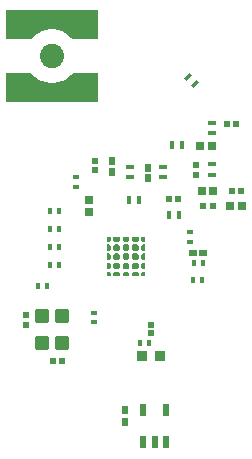
<source format=gbr>
%TF.GenerationSoftware,Altium Limited,Altium Designer,25.2.1 (25)*%
G04 Layer_Color=8421504*
%FSLAX45Y45*%
%MOMM*%
%TF.SameCoordinates,8F26995F-0812-4D31-8AB3-3E4BC66F6DA6*%
%TF.FilePolarity,Positive*%
%TF.FileFunction,Paste,Top*%
%TF.Part,Single*%
G01*
G75*
%TA.AperFunction,SMDPad,CuDef*%
G04:AMPARAMS|DCode=12|XSize=0.35mm|YSize=0.65mm|CornerRadius=0mm|HoleSize=0mm|Usage=FLASHONLY|Rotation=135.000|XOffset=0mm|YOffset=0mm|HoleType=Round|Shape=Rectangle|*
%AMROTATEDRECTD12*
4,1,4,0.35356,0.10607,-0.10607,-0.35356,-0.35356,-0.10607,0.10607,0.35356,0.35356,0.10607,0.0*
%
%ADD12ROTATEDRECTD12*%

%ADD13C,2.05000*%
%ADD14C,1.50000*%
%ADD15R,0.76000X0.72000*%
%ADD16R,0.56000X0.52000*%
%ADD17R,0.60000X0.55000*%
%ADD18R,0.35000X0.65000*%
G04:AMPARAMS|DCode=19|XSize=0.93mm|YSize=0.93mm|CornerRadius=0.2325mm|HoleSize=0mm|Usage=FLASHONLY|Rotation=0.000|XOffset=0mm|YOffset=0mm|HoleType=Round|Shape=RoundedRectangle|*
%AMROUNDEDRECTD19*
21,1,0.93000,0.46500,0,0,0.0*
21,1,0.46500,0.93000,0,0,0.0*
1,1,0.46500,0.23250,-0.23250*
1,1,0.46500,-0.23250,-0.23250*
1,1,0.46500,-0.23250,0.23250*
1,1,0.46500,0.23250,0.23250*
%
%ADD19ROUNDEDRECTD19*%
%ADD20R,0.50800X0.97790*%
%ADD21R,0.55880X0.71120*%
%ADD22R,0.62000X0.66000*%
%ADD23R,0.65000X0.35000*%
%ADD24R,0.52000X0.56000*%
%ADD25R,0.40000X0.50000*%
G04:AMPARAMS|DCode=26|XSize=1.11mm|YSize=1.21mm|CornerRadius=0.13875mm|HoleSize=0mm|Usage=FLASHONLY|Rotation=0.000|XOffset=0mm|YOffset=0mm|HoleType=Round|Shape=RoundedRectangle|*
%AMROUNDEDRECTD26*
21,1,1.11000,0.93250,0,0,0.0*
21,1,0.83250,1.21000,0,0,0.0*
1,1,0.27750,0.41625,-0.46625*
1,1,0.27750,-0.41625,-0.46625*
1,1,0.27750,-0.41625,0.46625*
1,1,0.27750,0.41625,0.46625*
%
%ADD26ROUNDEDRECTD26*%
%ADD27R,0.65000X0.60000*%
%ADD31R,0.72000X0.76000*%
%ADD32R,0.47247X0.51535*%
%ADD33R,0.50000X0.40000*%
%ADD68R,0.02540X0.02540*%
G36*
X-233600Y1832400D02*
X-444830Y1832400D01*
X-444831D01*
X-455951Y1845064D01*
X-480839Y1867759D01*
X-508800Y1886540D01*
X-539223Y1900996D01*
X-571444Y1910813D01*
X-604759Y1915775D01*
X-638442D01*
X-671757Y1910813D01*
X-703978Y1900996D01*
X-734401Y1886540D01*
X-762362Y1867759D01*
X-787251Y1845064D01*
X-798370Y1832400D01*
X-1009600D01*
Y2076400D01*
X-233600D01*
Y1832400D01*
D02*
G37*
G36*
Y1300400D02*
X-1009600D01*
Y1544400D01*
X-798370Y1544400D01*
X-787250Y1531736D01*
X-762361Y1509040D01*
X-734401Y1490259D01*
X-703978Y1475803D01*
X-671757Y1465986D01*
X-638442Y1461024D01*
X-604759D01*
X-571443Y1465986D01*
X-539222Y1475803D01*
X-508800Y1490259D01*
X-480839Y1509040D01*
X-455950Y1531736D01*
X-444830Y1544400D01*
X-444830Y1544400D01*
X-233600D01*
Y1300400D01*
D02*
G37*
G36*
X171207Y118166D02*
X148452D01*
X134310Y132308D01*
Y155063D01*
X171207D01*
Y118166D01*
D02*
G37*
G36*
X114310Y132308D02*
X100168Y118166D01*
X69712D01*
X55570Y132308D01*
Y155063D01*
X114310D01*
Y132308D01*
D02*
G37*
G36*
X35570D02*
X21428Y118166D01*
X-9028D01*
X-23170Y132308D01*
Y155063D01*
X35570D01*
Y132308D01*
D02*
G37*
G36*
X-43170D02*
X-57312Y118166D01*
X-87768D01*
X-101910Y132308D01*
Y155063D01*
X-43170D01*
Y132308D01*
D02*
G37*
G36*
X-121910D02*
X-136052Y118166D01*
X-158807D01*
Y155063D01*
X-121910D01*
Y132308D01*
D02*
G37*
G36*
X171207Y39426D02*
X148452D01*
X134310Y53568D01*
Y84024D01*
X148452Y98166D01*
X171207D01*
Y39426D01*
D02*
G37*
G36*
X114310Y84024D02*
Y53568D01*
X100168Y39426D01*
X69712D01*
X55570Y53568D01*
Y84024D01*
X69712Y98166D01*
X100168D01*
X114310Y84024D01*
D02*
G37*
G36*
X35570D02*
Y53568D01*
X21428Y39426D01*
X-9028D01*
X-23170Y53568D01*
Y84024D01*
X-9028Y98166D01*
X21428D01*
X35570Y84024D01*
D02*
G37*
G36*
X-43170D02*
Y53568D01*
X-57312Y39426D01*
X-87768D01*
X-101910Y53568D01*
Y84024D01*
X-87768Y98166D01*
X-57312D01*
X-43170Y84024D01*
D02*
G37*
G36*
X-121910D02*
Y53568D01*
X-136052Y39426D01*
X-158807D01*
Y98166D01*
X-136052D01*
X-121910Y84024D01*
D02*
G37*
G36*
X171207Y-39314D02*
X148452D01*
X134310Y-25172D01*
Y5284D01*
X148452Y19426D01*
X171207D01*
Y-39314D01*
D02*
G37*
G36*
X114310Y5284D02*
Y-25172D01*
X100168Y-39314D01*
X69712D01*
X55570Y-25172D01*
Y5284D01*
X69712Y19426D01*
X100168D01*
X114310Y5284D01*
D02*
G37*
G36*
X35570D02*
Y-25172D01*
X21428Y-39314D01*
X-9028D01*
X-23170Y-25172D01*
Y5284D01*
X-9028Y19426D01*
X21428D01*
X35570Y5284D01*
D02*
G37*
G36*
X-43170D02*
Y-25172D01*
X-57312Y-39314D01*
X-87768D01*
X-101910Y-25172D01*
Y5284D01*
X-87768Y19426D01*
X-57312D01*
X-43170Y5284D01*
D02*
G37*
G36*
X-121910D02*
Y-25172D01*
X-136052Y-39314D01*
X-158807D01*
Y19426D01*
X-136052D01*
X-121910Y5284D01*
D02*
G37*
G36*
X171207Y-118054D02*
X148452D01*
X134310Y-103912D01*
Y-73456D01*
X148452Y-59314D01*
X171207D01*
Y-118054D01*
D02*
G37*
G36*
X114310Y-73456D02*
Y-103912D01*
X100168Y-118054D01*
X69712D01*
X55570Y-103912D01*
Y-73456D01*
X69712Y-59314D01*
X100168D01*
X114310Y-73456D01*
D02*
G37*
G36*
X35570D02*
Y-103912D01*
X21428Y-118054D01*
X-9028D01*
X-23170Y-103912D01*
Y-73456D01*
X-9028Y-59314D01*
X21428D01*
X35570Y-73456D01*
D02*
G37*
G36*
X-43170D02*
Y-103912D01*
X-57312Y-118054D01*
X-87768D01*
X-101910Y-103912D01*
Y-73456D01*
X-87768Y-59314D01*
X-57312D01*
X-43170Y-73456D01*
D02*
G37*
G36*
X-121910D02*
Y-103912D01*
X-136052Y-118054D01*
X-158807D01*
Y-59314D01*
X-136052D01*
X-121910Y-73456D01*
D02*
G37*
G36*
X171207Y-174951D02*
X134310D01*
Y-152196D01*
X148452Y-138054D01*
X171207D01*
Y-174951D01*
D02*
G37*
G36*
X114310Y-152196D02*
Y-174951D01*
X55570D01*
Y-152196D01*
X69712Y-138054D01*
X100168D01*
X114310Y-152196D01*
D02*
G37*
G36*
X35570D02*
Y-174951D01*
X-23170D01*
Y-152196D01*
X-9028Y-138054D01*
X21428D01*
X35570Y-152196D01*
D02*
G37*
G36*
X-43170D02*
Y-174951D01*
X-101910D01*
Y-152196D01*
X-87768Y-138054D01*
X-57312D01*
X-43170Y-152196D01*
D02*
G37*
G36*
X-121910D02*
Y-174951D01*
X-158807D01*
Y-138054D01*
X-136052D01*
X-121910Y-152196D01*
D02*
G37*
D12*
X533829Y1508331D02*
D03*
X593932Y1448228D02*
D03*
D13*
X-621599Y1688399D02*
D03*
D14*
X-355600Y1422400D02*
D03*
Y1954398D02*
D03*
D15*
X745698Y546100D02*
D03*
X647700D02*
D03*
X890798Y419100D02*
D03*
X988802D02*
D03*
X635000Y927100D02*
D03*
X732998D02*
D03*
D16*
X900801Y546100D02*
D03*
X978799D02*
D03*
X371800Y482600D02*
D03*
X449798D02*
D03*
X862701Y1117600D02*
D03*
X940699D02*
D03*
X-532501Y-889000D02*
D03*
X-610499D02*
D03*
D17*
X659298Y419100D02*
D03*
X744301D02*
D03*
D18*
X368300Y342900D02*
D03*
X453299D02*
D03*
X393700Y939800D02*
D03*
X478699D02*
D03*
X118700Y469900D02*
D03*
X33701D02*
D03*
D19*
X292100Y-850900D02*
D03*
X142098D02*
D03*
D20*
X152898Y-1308100D02*
D03*
X342900D02*
D03*
Y-1581150D02*
D03*
X247899D02*
D03*
X152898D02*
D03*
D21*
X0Y-1306830D02*
D03*
Y-1410970D02*
D03*
D22*
X-114300Y799201D02*
D03*
Y711200D02*
D03*
X190500Y742498D02*
D03*
Y654502D02*
D03*
D23*
X736600Y1037001D02*
D03*
Y1121999D02*
D03*
X317500Y663621D02*
D03*
Y748619D02*
D03*
X38100Y668701D02*
D03*
Y753699D02*
D03*
X736600Y685800D02*
D03*
Y770799D02*
D03*
D24*
X596900Y763798D02*
D03*
Y685800D02*
D03*
X-254000Y723900D02*
D03*
Y801898D02*
D03*
X-838200Y-584200D02*
D03*
Y-506202D02*
D03*
D25*
X-636900Y381000D02*
D03*
X-556900D02*
D03*
X-738500Y-254000D02*
D03*
X-658500D02*
D03*
X125100Y-736600D02*
D03*
X205100D02*
D03*
X569600Y-203200D02*
D03*
X649600D02*
D03*
X-556900Y228600D02*
D03*
X-636900D02*
D03*
X-556900Y-76200D02*
D03*
X-636900D02*
D03*
X-556900Y76200D02*
D03*
X-636900D02*
D03*
X660400Y-63500D02*
D03*
X580400D02*
D03*
D26*
X-703402Y-738002D02*
D03*
Y-508000D02*
D03*
X-533400D02*
D03*
Y-738002D02*
D03*
D27*
X660400Y25400D02*
D03*
X575401D02*
D03*
D31*
X-304800Y468102D02*
D03*
Y370098D02*
D03*
D32*
X215900Y-660156D02*
D03*
Y-584444D02*
D03*
D33*
X-266700Y-562600D02*
D03*
Y-482600D02*
D03*
X-419100Y582300D02*
D03*
Y662300D02*
D03*
X548640Y114940D02*
D03*
Y194940D02*
D03*
D68*
X6198Y-9942D02*
D03*
%TF.MD5,6ff7200f906b582ffbf93a246bcf999d*%
M02*

</source>
